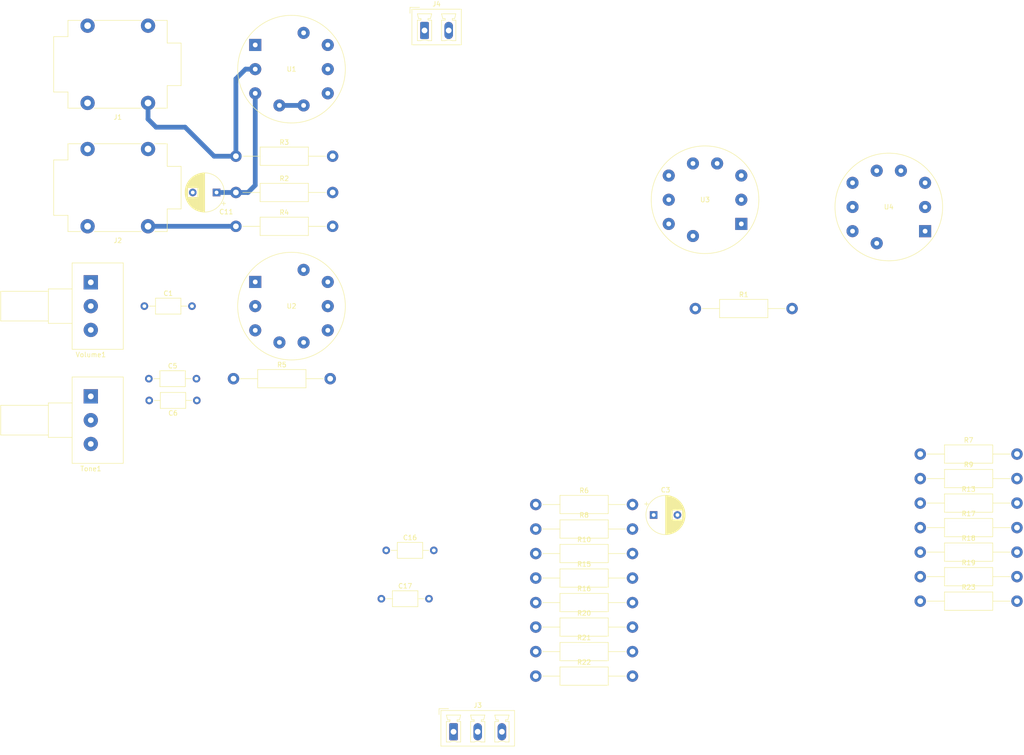
<source format=kicad_pcb>
(kicad_pcb (version 20221018) (generator pcbnew)
  (layers (0 "F.Cu" signal) (31 "B.Cu" signal) (34 "B.Paste" user) (35 "F.Paste" user) (36 "B.SilkS" user "B.Silkscreen") (37 "F.SilkS" user "F.Silkscreen") (38 "B.Mask" user) (39 "F.Mask" user) (44 "Edge.Cuts" user))
  (net 0 "")
  (net 1 "Net-(C1-Pad1)")
  (net 2 "Net-(U2B-G)")
  (net 3 "Net-(U1A-A)")
  (net 4 "Net-(C5-Pad2)")
  (net 5 "Net-(C6-Pad2)")
  (net 6 "Net-(U1A-K)")
  (net 7 "GNDPWR")
  (net 8 "Net-(U2B-A)")
  (net 9 "Net-(U2A-A)")
  (net 10 "Net-(U1B-G)")
  (net 11 "Net-(U1A-G)")
  (net 14 "Net-(R5-Pad2)")
  (net 15 "Net-(R18-Pad1)")
  (net 16 "Net-(R13-Pad2)")
  (net 17 "Net-(U2A-K)")
  (net 18 "Net-(U2A-G)")
  (net 19 "Net-(J4-Pin_1)")
  (net 20 "Net-(J4-Pin_2)")
  (net 21 "Net-(U3A-K_G3)")
  (net 22 "Net-(C16-Pad2)")
  (net 23 "Net-(C17-Pad2)")
  (net 24 "Net-(R10-Pad1)")
  (net 25 "Net-(U3A-G2)")
  (net 26 "Net-(J3-Pin_2)")
  (net 27 "Net-(U3A-G1)")
  (net 28 "Net-(U4A-G1)")
  (net 29 "Net-(J3-Pin_1)")
  (net 30 "Net-(J3-Pin_3)")
  (footprint "Resistor_THT:R_Axial_DIN0411_L9.9mm_D3.6mm_P20.32mm_Horizontal" (layer "F.Cu") (at 126.492 133.324)
    (fp_text reference "R15" (at 10.16 -2.92) (layer "F.SilkS"))
    (fp_text value "470K")
    (pad "1" thru_hole circle (at 0 0) (size 2.4 2.4) (drill 1.2) (layers "*.Cu" "*.Mask") (net 22 "Net-(C16-Pad2)"))
    (pad "2" thru_hole oval (at 20.32 0) (size 2.4 2.4) (drill 1.2) (layers "*.Cu" "*.Mask") (net 7 "GNDPWR"))
  )
  (footprint "Resistor_THT:R_Axial_DIN0411_L9.9mm_D3.6mm_P20.32mm_Horizontal" (layer "F.Cu") (at 126.492 138.474)
    (fp_text reference "R16" (at 10.16 -2.92) (layer "F.SilkS"))
    (fp_text value "470K")
    (pad "1" thru_hole circle (at 0 0) (size 2.4 2.4) (drill 1.2) (layers "*.Cu" "*.Mask") (net 23 "Net-(C17-Pad2)"))
    (pad "2" thru_hole oval (at 20.32 0) (size 2.4 2.4) (drill 1.2) (layers "*.Cu" "*.Mask") (net 7 "GNDPWR"))
  )
  (footprint "Capacitor_THT:C_Axial_L5.1mm_D3.1mm_P10.00mm_Horizontal" (layer "F.Cu") (at 55.292 96.012 180)
    (fp_text reference "C6" (at 5 -2.67) (layer "F.SilkS"))
    (fp_text value "0.01uF")
    (pad "1" thru_hole circle (at 0 0 180) (size 1.6 1.6) (drill 0.8) (layers "*.Cu" "*.Mask") (net 3 "Net-(U1A-A)"))
    (pad "2" thru_hole oval (at 10 0 180) (size 1.6 1.6) (drill 0.8) (layers "*.Cu" "*.Mask") (net 5 "Net-(C6-Pad2)"))
  )
  (footprint "Capacitor_THT:CP_Radial_D8.0mm_P5.00mm" (layer "F.Cu") (at 59.436 52.324 180)
    (fp_text reference "C11" (at -2.032 -4.064) (layer "F.SilkS"))
    (fp_text value "50uF/25V")
    (pad "1" thru_hole rect (at 0 0 180) (size 1.6 1.6) (drill 0.8) (layers "*.Cu" "*.Mask") (net 6 "Net-(U1A-K)"))
    (pad "2" thru_hole circle (at 5 0 180) (size 1.6 1.6) (drill 0.8) (layers "*.Cu" "*.Mask") (net 7 "GNDPWR"))
  )
  (footprint "Capacitor_THT:C_Axial_L5.1mm_D3.1mm_P10.00mm_Horizontal" (layer "F.Cu") (at 95.076 127.508)
    (fp_text reference "C16" (at 5 -2.67) (layer "F.SilkS"))
    (fp_text value "0.01uF")
    (pad "1" thru_hole circle (at 0 0) (size 1.6 1.6) (drill 0.8) (layers "*.Cu" "*.Mask") (net 8 "Net-(U2B-A)"))
    (pad "2" thru_hole oval (at 10 0) (size 1.6 1.6) (drill 0.8) (layers "*.Cu" "*.Mask") (net 22 "Net-(C16-Pad2)"))
  )
  (footprint "Valve:Valve_Noval_P" (layer "F.Cu") (at 67.564 71.12 180)
    (fp_text reference "U2" (at -7.62 -5.08) (layer "F.SilkS"))
    (fp_text value "ECC83")
    (pad "1" thru_hole rect (at 0 0 180) (size 2.54 2.54) (drill 1) (layers "*.Cu" "*.Mask") (net 8 "Net-(U2B-A)"))
    (pad "2" thru_hole circle (at 0 -5.08 180) (size 2.54 2.54) (drill 1) (layers "*.Cu" "*.Mask") (net 2 "Net-(U2B-G)"))
    (pad "3" thru_hole circle (at 0 -10.16 180) (size 2.54 2.54) (drill 1) (layers "*.Cu" "*.Mask") (net 17 "Net-(U2A-K)"))
    (pad "4" thru_hole circle (at -5.08 -12.7 180) (size 2.54 2.54) (drill 1) (layers "*.Cu" "*.Mask") (net 19 "Net-(J4-Pin_1)"))
    (pad "5" thru_hole circle (at -10.16 -12.7 180) (size 2.54 2.54) (drill 1) (layers "*.Cu" "*.Mask") (net 19 "Net-(J4-Pin_1)"))
    (pad "6" thru_hole circle (at -15.24 -10.16 180) (size 2.54 2.54) (drill 1) (layers "*.Cu" "*.Mask") (net 9 "Net-(U2A-A)"))
    (pad "7" thru_hole circle (at -15.24 -5.08 180) (size 2.54 2.54) (drill 1) (layers "*.Cu" "*.Mask") (net 18 "Net-(U2A-G)"))
    (pad "8" thru_hole circle (at -15.24 0 180) (size 2.54 2.54) (drill 1) (layers "*.Cu" "*.Mask") (net 17 "Net-(U2A-K)"))
    (pad "9" thru_hole circle (at -10.16 2.54 180) (size 2.54 2.54) (drill 1) (layers "*.Cu" "*.Mask") (net 20 "Net-(J4-Pin_2)"))
  )
  (footprint "Valve:Valve_Noval_P" (layer "F.Cu") (at 67.564 21.336 180)
    (fp_text reference "U1" (at -7.62 -5.08) (layer "F.SilkS"))
    (fp_text value "ECC83")
    (pad "1" thru_hole rect (at 0 0 180) (size 2.54 2.54) (drill 1) (layers "*.Cu" "*.Mask") (net 3 "Net-(U1A-A)"))
    (pad "2" thru_hole circle (at 0 -5.08 180) (size 2.54 2.54) (drill 1) (layers "*.Cu" "*.Mask") (net 10 "Net-(U1B-G)"))
    (pad "3" thru_hole circle (at 0 -10.16 180) (size 2.54 2.54) (drill 1) (layers "*.Cu" "*.Mask") (net 6 "Net-(U1A-K)"))
    (pad "4" thru_hole circle (at -5.08 -12.7 180) (size 2.54 2.54) (drill 1) (layers "*.Cu" "*.Mask") (net 19 "Net-(J4-Pin_1)"))
    (pad "5" thru_hole circle (at -10.16 -12.7 180) (size 2.54 2.54) (drill 1) (layers "*.Cu" "*.Mask") (net 19 "Net-(J4-Pin_1)"))
    (pad "6" thru_hole circle (at -15.24 -10.16 180) (size 2.54 2.54) (drill 1) (layers "*.Cu" "*.Mask") (net 3 "Net-(U1A-A)"))
    (pad "7" thru_hole circle (at -15.24 -5.08 180) (size 2.54 2.54) (drill 1) (layers "*.Cu" "*.Mask") (net 11 "Net-(U1A-G)"))
    (pad "8" thru_hole circle (at -15.24 0 180) (size 2.54 2.54) (drill 1) (layers "*.Cu" "*.Mask") (net 6 "Net-(U1A-K)"))
    (pad "9" thru_hole circle (at -10.16 2.54 180) (size 2.54 2.54) (drill 1) (layers "*.Cu" "*.Mask") (net 20 "Net-(J4-Pin_2)"))
  )
  (footprint "Resistor_THT:R_Axial_DIN0411_L9.9mm_D3.6mm_P20.32mm_Horizontal" (layer "F.Cu") (at 63.5 59.436)
    (fp_text reference "R4" (at 10.16 -2.92) (layer "F.SilkS"))
    (fp_text value "1M")
    (pad "1" thru_hole circle (at 0 0) (size 2.4 2.4) (drill 1.2) (layers "*.Cu" "*.Mask") (net 11 "Net-(U1A-G)"))
    (pad "2" thru_hole oval (at 20.32 0) (size 2.4 2.4) (drill 1.2) (layers "*.Cu" "*.Mask") (net 7 "GNDPWR"))
  )
  (footprint "Resistor_THT:R_Axial_DIN0411_L9.9mm_D3.6mm_P20.32mm_Horizontal" (layer "F.Cu") (at 126.492 128.174)
    (fp_text reference "R10" (at 10.16 -2.92) (layer "F.SilkS"))
    (fp_text value "81.5K-2K/2W")
    (pad "1" thru_hole circle (at 0 0) (size 2.4 2.4) (drill 1.2) (layers "*.Cu" "*.Mask") (net 24 "Net-(R10-Pad1)"))
    (pad "2" thru_hole oval (at 20.32 0) (size 2.4 2.4) (drill 1.2) (layers "*.Cu" "*.Mask") (net 26 "Net-(J3-Pin_2)"))
  )
  (footprint "Resistor_THT:R_Axial_DIN0411_L9.9mm_D3.6mm_P20.32mm_Horizontal" (layer "F.Cu") (at 207.264 117.576)
    (fp_text reference "R13" (at 10.16 -2.92) (layer "F.SilkS"))
    (fp_text value "820")
    (pad "1" thru_hole circle (at 0 0) (size 2.4 2.4) (drill 1.2) (layers "*.Cu" "*.Mask") (net 17 "Net-(U2A-K)"))
    (pad "2" thru_hole oval (at 20.32 0) (size 2.4 2.4) (drill 1.2) (layers "*.Cu" "*.Mask") (net 16 "Net-(R13-Pad2)"))
  )
  (footprint "Resistor_THT:R_Axial_DIN0411_L9.9mm_D3.6mm_P20.32mm_Horizontal" (layer "F.Cu") (at 126.492 123.024)
    (fp_text reference "R8" (at 10.16 -2.92) (layer "F.SilkS"))
    (fp_text value "100/3W")
    (pad "1" thru_hole circle (at 0 0) (size 2.4 2.4) (drill 1.2) (layers "*.Cu" "*.Mask") (net 25 "Net-(U3A-G2)"))
    (pad "2" thru_hole oval (at 20.32 0) (size 2.4 2.4) (drill 1.2) (layers "*.Cu" "*.Mask") (net 24 "Net-(R10-Pad1)"))
  )
  (footprint "Valve:Valve_Noval_P" (layer "F.Cu") (at 169.672 58.928)
    (fp_text reference "U3" (at -7.62 -5.08) (layer "F.SilkS"))
    (fp_text value "EL84")
    (pad "1" thru_hole rect (at 0 0) (size 2.54 2.54) (drill 1) (layers "*.Cu" "*.Mask"))
    (pad "2" thru_hole circle (at 0 -5.08) (size 2.54 2.54) (drill 1) (layers "*.Cu" "*.Mask") (net 27 "Net-(U3A-G1)"))
    (pad "3" thru_hole circle (at 0 -10.16) (size 2.54 2.54) (drill 1) (layers "*.Cu" "*.Mask") (net 21 "Net-(U3A-K_G3)"))
    (pad "4" thru_hole circle (at -5.08 -12.7) (size 2.54 2.54) (drill 1) (layers "*.Cu" "*.Mask") (net 19 "Net-(J4-Pin_1)"))
    (pad "5" thru_hole circle (at -10.16 -12.7) (size 2.54 2.54) (drill 1) (layers "*.Cu" "*.Mask") (net 20 "Net-(J4-Pin_2)"))
    (pad "6" thru_hole circle (at -15.24 -10.16) (size 2.54 2.54) (drill 1) (layers "*.Cu" "*.Mask"))
    (pad "7" thru_hole circle (at -15.24 -5.08) (size 2.54 2.54) (drill 1) (layers "*.Cu" "*.Mask") (net 29 "Net-(J3-Pin_1)"))
    (pad "8" thru_hole circle (at -15.24 0) (size 2.54 2.54) (drill 1) (layers "*.Cu" "*.Mask"))
    (pad "9" thru_hole circle (at -10.16 2.54) (size 2.54 2.54) (drill 1) (layers "*.Cu" "*.Mask") (net 25 "Net-(U3A-G2)"))
  )
  (footprint "Resistor_THT:R_Axial_DIN0411_L9.9mm_D3.6mm_P20.32mm_Horizontal" (layer "F.Cu") (at 207.264 127.876)
    (fp_text reference "R18" (at 10.16 -2.92) (layer "F.SilkS"))
    (fp_text value "100K")
    (pad "1" thru_hole circle (at 0 0) (size 2.4 2.4) (drill 1.2) (layers "*.Cu" "*.Mask") (net 15 "Net-(R18-Pad1)"))
    (pad "2" thru_hole oval (at 20.32 0) (size 2.4 2.4) (drill 1.2) (layers "*.Cu" "*.Mask") (net 8 "Net-(U2B-A)"))
  )
  (footprint "Capacitor_THT:C_Axial_L5.1mm_D3.1mm_P10.00mm_Horizontal" (layer "F.Cu") (at 45.212 91.44)
    (fp_text reference "C5" (at 5 -2.67) (layer "F.SilkS"))
    (fp_text value "0.05uF")
    (pad "1" thru_hole circle (at 0 0) (size 1.6 1.6) (drill 0.8) (layers "*.Cu" "*.Mask") (net 3 "Net-(U1A-A)"))
    (pad "2" thru_hole oval (at 10 0) (size 1.6 1.6) (drill 0.8) (layers "*.Cu" "*.Mask") (net 4 "Net-(C5-Pad2)"))
  )
  (footprint "Connector_Phoenix_MC_HighVoltage:PhoenixContact_MCV_1,5_2-G-5.08_1x02_P5.08mm_Vertical" (layer "F.Cu") (at 103.124 18.288)
    (fp_text reference "J4" (at 2.54 -5.55) (layer "F.SilkS"))
    (fp_text value "Heater")
    (pad "1" thru_hole roundrect (at 0 0) (size 1.8 3.6) (drill 1.2) (layers "*.Cu" "*.Mask") (roundrect_rratio 0.138889) (net 19 "Net-(J4-Pin_1)"))
    (pad "2" thru_hole oval (at 5.08 0) (size 1.8 3.6) (drill 1.2) (layers "*.Cu" "*.Mask") (net 20 "Net-(J4-Pin_2)"))
  )
  (footprint "Resistor_THT:R_Axial_DIN0411_L9.9mm_D3.6mm_P20.32mm_Horizontal" (layer "F.Cu") (at 207.264 107.276)
    (fp_text reference "R7" (at 10.16 -2.92) (layer "F.SilkS"))
    (fp_text value "100K")
    (pad "1" thru_hole circle (at 0 0) (size 2.4 2.4) (drill 1.2) (layers "*.Cu" "*.Mask") (net 15 "Net-(R18-Pad1)"))
    (pad "2" thru_hole oval (at 20.32 0) (size 2.4 2.4) (drill 1.2) (layers "*.Cu" "*.Mask") (net 3 "Net-(U1A-A)"))
  )
  (footprint "Connector_Audio:Jack_6.35mm_Neutrik_NMJ4HCD2_Horizontal" (layer "F.Cu") (at 45.043 33.515 180)
    (fp_text reference "J1" (at 6.35 -3) (layer "F.SilkS"))
    (fp_text value "LOW")
    (pad "S" thru_hole circle (at 12.7 0 180) (size 3 3) (drill 1.4) (layers "*.Cu" "*.Mask") (net 7 "GNDPWR"))
    (pad "SN" thru_hole circle (at 12.7 16.23 180) (size 3 3) (drill 1.4) (layers "*.Cu" "*.Mask") (net 7 "GNDPWR"))
    (pad "T" thru_hole circle (at 0 0 180) (size 3 3) (drill 1.4) (layers "*.Cu" "*.Mask") (net 10 "Net-(U1B-G)"))
    (pad "TN" thru_hole circle (at 0 16.23 180) (size 3 3) (drill 1.4) (layers "*.Cu" "*.Mask") (net 11 "Net-(U1A-G)"))
  )
  (footprint "Resistor_THT:R_Axial_DIN0411_L9.9mm_D3.6mm_P20.32mm_Horizontal" (layer "F.Cu") (at 63.5 52.324)
    (fp_text reference "R2" (at 10.16 -2.92) (layer "F.SilkS"))
    (fp_text value "820")
    (pad "1" thru_hole circle (at 0 0) (size 2.4 2.4) (drill 1.2) (layers "*.Cu" "*.Mask") (net 6 "Net-(U1A-K)"))
    (pad "2" thru_hole oval (at 20.32 0) (size 2.4 2.4) (drill 1.2) (layers "*.Cu" "*.Mask") (net 7 "GNDPWR"))
  )
  (footprint "Capacitor_THT:CP_Radial_D8.0mm_P5.00mm" (layer "F.Cu") (at 151.256698 120.074)
    (fp_text reference "C3" (at 2.5 -5.25) (layer "F.SilkS"))
    (fp_text value "50-500uF/25V")
    (pad "1" thru_hole rect (at 0 0) (size 1.6 1.6) (drill 0.8) (layers "*.Cu" "*.Mask") (net 21 "Net-(U3A-K_G3)"))
    (pad "2" thru_hole circle (at 5 0) (size 1.6 1.6) (drill 0.8) (layers "*.Cu" "*.Mask") (net 7 "GNDPWR"))
  )
  (footprint "Resistor_THT:R_Axial_DIN0411_L9.9mm_D3.6mm_P20.32mm_Horizontal" (layer "F.Cu") (at 126.492 117.874)
    (fp_text reference "R6" (at 10.16 -2.92) (layer "F.SilkS"))
    (fp_text value "8.2K/2W")
    (pad "1" thru_hole circle (at 0 0) (size 2.4 2.4) (drill 1.2) (layers "*.Cu" "*.Mask") (net 15 "Net-(R18-Pad1)"))
    (pad "2" thru_hole oval (at 20.32 0) (size 2.4 2.4) (drill 1.2) (layers "*.Cu" "*.Mask") (net 24 "Net-(R10-Pad1)"))
  )
  (footprint "Resistor_THT:R_Axial_DIN0411_L9.9mm_D3.6mm_P20.32mm_Horizontal" (layer "F.Cu") (at 126.492 153.924)
    (fp_text reference "R22" (at 10.16 -2.92) (layer "F.SilkS"))
    (fp_text value "8.2K")
    (pad "1" thru_hole circle (at 0 0) (size 2.4 2.4) (drill 1.2) (layers "*.Cu" "*.Mask") (net 23 "Net-(C17-Pad2)"))
    (pad "2" thru_hole oval (at 20.32 0) (size 2.4 2.4) (drill 1.2) (layers "*.Cu" "*.Mask") (net 28 "Net-(U4A-G1)"))
  )
  (footprint "Resistor_THT:R_Axial_DIN0411_L9.9mm_D3.6mm_P20.32mm_Horizontal" (layer "F.Cu") (at 207.264 112.426)
    (fp_text reference "R9" (at 10.16 -2.92) (layer "F.SilkS"))
    (fp_text value "470K")
    (pad "1" thru_hole circle (at 0 0) (size 2.4 2.4) (drill 1.2) (layers "*.Cu" "*.Mask") (net 2 "Net-(U2B-G)"))
    (pad "2" thru_hole oval (at 20.32 0) (size 2.4 2.4) (drill 1.2) (layers "*.Cu" "*.Mask") (net 16 "Net-(R13-Pad2)"))
  )
  (footprint "Resistor_THT:R_Axial_DIN0411_L9.9mm_D3.6mm_P20.32mm_Horizontal" (layer "F.Cu") (at 63.5 44.704)
    (fp_text reference "R3" (at 10.16 -2.92) (layer "F.SilkS"))
    (fp_text value "1M")
    (pad "1" thru_hole circle (at 0 0) (size 2.4 2.4) (drill 1.2) (layers "*.Cu" "*.Mask") (net 10 "Net-(U1B-G)"))
    (pad "2" thru_hole oval (at 20.32 0) (size 2.4 2.4) (drill 1.2) (layers "*.Cu" "*.Mask") (net 7 "GNDPWR"))
  )
  (footprint "Resistor_THT:R_Axial_DIN0411_L9.9mm_D3.6mm_P20.32mm_Horizontal" (layer "F.Cu") (at 207.264 133.026)
    (fp_text reference "R19" (at 10.16 -2.92) (layer "F.SilkS"))
    (fp_text value "100K")
    (pad "1" thru_hole circle (at 0 0) (size 2.4 2.4) (drill 1.2) (layers "*.Cu" "*.Mask") (net 15 "Net-(R18-Pad1)"))
    (pad "2" thru_hole oval (at 20.32 0) (size 2.4 2.4) (drill 1.2) (layers "*.Cu" "*.Mask") (net 9 "Net-(U2A-A)"))
  )
  (footprint "Connector_Phoenix_MC_HighVoltage:PhoenixContact_MCV_1,5_3-G-5.08_1x03_P5.08mm_Vertical" (layer "F.Cu") (at 109.22 165.608)
    (fp_text reference "J3" (at 5.08 -5.55) (layer "F.SilkS"))
    (fp_text value "Conn_01x03_Socket")
    (pad "1" thru_hole roundrect (at 0 0) (size 1.8 3.6) (drill 1.2) (layers "*.Cu" "*.Mask") (roundrect_rratio 0.138889) (net 29 "Net-(J3-Pin_1)"))
    (pad "2" thru_hole oval (at 5.08 0) (size 1.8 3.6) (drill 1.2) (layers "*.Cu" "*.Mask") (net 26 "Net-(J3-Pin_2)"))
    (pad "3" thru_hole oval (at 10.16 0) (size 1.8 3.6) (drill 1.2) (layers "*.Cu" "*.Mask") (net 30 "Net-(J3-Pin_3)"))
  )
  (footprint "Resistor_THT:R_Axial_DIN0411_L9.9mm_D3.6mm_P20.32mm_Horizontal" (layer "F.Cu") (at 207.264 122.726)
    (fp_text reference "R17" (at 10.16 -2.92) (layer "F.SilkS"))
    (fp_text value "47K")
    (pad "1" thru_hole circle (at 0 0) (size 2.4 2.4) (drill 1.2) (layers "*.Cu" "*.Mask") (net 16 "Net-(R13-Pad2)"))
    (pad "2" thru_hole oval (at 20.32 0) (size 2.4 2.4) (drill 1.2) (layers "*.Cu" "*.Mask") (net 7 "GNDPWR"))
  )
  (footprint "Resistor_THT:R_Axial_DIN0411_L9.9mm_D3.6mm_P20.32mm_Horizontal" (layer "F.Cu") (at 126.492 148.774)
    (fp_text reference "R21" (at 10.16 -2.92) (layer "F.SilkS"))
    (fp_text value "8.2K")
    (pad "1" thru_hole circle (at 0 0) (size 2.4 2.4) (drill 1.2) (layers "*.Cu" "*.Mask") (net 22 "Net-(C16-Pad2)"))
    (pad "2" thru_hole oval (at 20.32 0) (size 2.4 2.4) (drill 1.2) (layers "*.Cu" "*.Mask") (net 27 "Net-(U3A-G1)"))
  )
  (footprint "Resistor_THT:R_Axial_DIN0411_L9.9mm_D3.6mm_P20.32mm_Horizontal" (layer "F.Cu") (at 126.492 143.624)
    (fp_text reference "R20" (at 10.16 -2.92) (layer "F.SilkS"))
    (fp_text value "125/5W")
    (pad "1" thru_hole circle (at 0 0) (size 2.4 2.4) (drill 1.2) (layers "*.Cu" "*.Mask") (net 7 "GNDPWR"))
    (pad "2" thru_hole oval (at 20.32 0) (size 2.4 2.4) (drill 1.2) (layers "*.Cu" "*.Mask") (net 21 "Net-(U3A-K_G3)"))
  )
  (footprint "Valve:Valve_Noval_P" (layer "F.Cu") (at 208.28 60.452)
    (fp_text reference "U4" (at -7.62 -5.08) (layer "F.SilkS"))
    (fp_text value "EL84")
    (pad "1" thru_hole rect (at 0 0) (size 2.54 2.54) (drill 1) (layers "*.Cu" "*.Mask"))
    (pad "2" thru_hole circle (at 0 -5.08) (size 2.54 2.54) (drill 1) (layers "*.Cu" "*.Mask") (net 28 "Net-(U4A-G1)"))
    (pad "3" thru_hole circle (at 0 -10.16) (size 2.54 2.54) (drill 1) (layers "*.Cu" "*.Mask") (net 21 "Net-(U3A-K_G3)"))
    (pad "4" thru_hole circle (at -5.08 -12.7) (size 2.54 2.54) (drill 1) (layers "*.Cu" "*.Mask") (net 19 "Net-(J4-Pin_1)"))
    (pad "5" thru_hole circle (at -10.16 -12.7) (size 2.54 2.54) (drill 1) (layers "*.Cu" "*.Mask") (net 20 "Net-(J4-Pin_2)"))
    (pad "6" thru_hole circle (at -15.24 -10.16) (size 2.54 2.54) (drill 1) (layers "*.Cu" "*.Mask"))
    (pad "7" thru_hole circle (at -15.24 -5.08) (size 2.54 2.54) (drill 1) (layers "*.Cu" "*.Mask") (net 30 "Net-(J3-Pin_3)"))
    (pad "8" thru_hole circle (at -15.24 0) (size 2.54 2.54) (drill 1) (layers "*.Cu" "*.Mask"))
    (pad "9" thru_hole circle (at -10.16 2.54) (size 2.54 2.54) (drill 1) (layers "*.Cu" "*.Mask") (net 25 "Net-(U3A-G2)"))
  )
  (footprint "Resistor_THT:R_Axial_DIN0411_L9.9mm_D3.6mm_P20.32mm_Horizontal" (layer "F.Cu") (at 207.264 138.176)
    (fp_text reference "R23" (at 10.16 -2.92) (layer "F.SilkS"))
    (fp_text value "470K")
    (pad "1" thru_hole circle (at 0 0) (size 2.4 2.4) (drill 1.2) (layers "*.Cu" "*.Mask") (net 18 "Net-(U2A-G)"))
    (pad "2" thru_hole oval (at 20.32 0) (size 2.4 2.4) (drill 1.2) (layers "*.Cu" "*.Mask") (net 16 "Net-(R13-Pad2)"))
  )
  (footprint "Connector_Audio:Jack_6.35mm_Neutrik_NMJ4HCD2_Horizontal" (layer "F.Cu") (at 45.043 59.423 180)
    (fp_text reference "J2" (at 6.35 -3) (layer "F.SilkS"))
    (fp_text value "HIGH")
    (pad "S" thru_hole circle (at 12.7 0 180) (size 3 3) (drill 1.4) (layers "*.Cu" "*.Mask") (net 7 "GNDPWR"))
    (pad "SN" thru_hole circle (at 12.7 16.23 180) (size 3 3) (drill 1.4) (layers "*.Cu" "*.Mask") (net 7 "GNDPWR"))
    (pad "T" thru_hole circle (at 0 0 180) (size 3 3) (drill 1.4) (layers "*.Cu" "*.Mask") (net 11 "Net-(U1A-G)"))
    (pad "TN" thru_hole circle (at 0 16.23 180) (size 3 3) (drill 1.4) (layers "*.Cu" "*.Mask") (net 7 "GNDPWR"))
  )
  (footprint "Resistor_THT:R_Axial_DIN0411_L9.9mm_D3.6mm_P20.32mm_Horizontal" (layer "F.Cu") (at 160.02 76.708)
    (fp_text reference "R1" (at 10.16 -2.92) (layer "F.SilkS"))
    (fp_text value "R")
    (pad "1" thru_hole circle (at 0 0) (size 2.4 2.4) (drill 1.2) (layers "*.Cu" "*.Mask"))
    (pad "2" thru_hole oval (at 20.32 0) (size 2.4 2.4) (drill 1.2) (layers "*.Cu" "*.Mask"))
  )
  (footprint "Resistor_THT:R_Axial_DIN0411_L9.9mm_D3.6mm_P20.32mm_Horizontal" (layer "F.Cu") (at 62.992 91.44)
    (fp_text reference "R5" (at 10.16 -2.92) (layer "F.SilkS"))
    (fp_text value "100K")
    (pad "1" thru_hole circle (at 0 0) (size 2.4 2.4) (drill 1.2) (layers "*.Cu" "*.Mask") (net 4 "Net-(C5-Pad2)"))
    (pad "2" thru_hole oval (at 20.32 0) (size 2.4 2.4) (drill 1.2) (layers "*.Cu" "*.Mask") (net 14 "Net-(R5-Pad2)"))
  )
  (footprint "Capacitor_THT:C_Axial_L5.1mm_D3.1mm_P10.00mm_Horizontal" (layer "F.Cu") (at 44.276 76.2)
    (fp_text reference "C1" (at 5 -2.67) (layer "F.SilkS"))
    (fp_text value "0.01uF")
    (pad "1" thru_hole circle (at 0 0) (size 1.6 1.6) (drill 0.8) (layers "*.Cu" "*.Mask") (net 1 "Net-(C1-Pad1)"))
    (pad "2" thru_hole oval (at 10 0) (size 1.6 1.6) (drill 0.8) (layers "*.Cu" "*.Mask") (net 2 "Net-(U2B-G)"))
  )
  (footprint "Potentiometer_THT:Potentiometer_Alps_RK163_Single_Horizontal" (layer "F.Cu") (at 33.02 95.156)
    (fp_text reference "Tone1" (at 0 15.2) (layer "F.SilkS"))
    (fp_text value "500KA")
    (pad "1" thru_hole rect (at 0 0 180) (size 3 3) (drill 1.2) (layers "*.Cu" "*.Mask") (net 5 "Net-(C6-Pad2)"))
    (pad "2" thru_hole circle (at 0 5 180) (size 3 3) (drill 1.2) (layers "*.Cu" "*.Mask") (net 7 "GNDPWR"))
    (pad "3" thru_hole circle (at 0 10 180) (size 3 3) (drill 1.2) (layers "*.Cu" "*.Mask") (net 14 "Net-(R5-Pad2)"))
  )
  (footprint "Capacitor_THT:C_Axial_L5.1mm_D3.1mm_P10.00mm_Horizontal" (layer "F.Cu") (at 94.06 137.668)
    (fp_text reference "C17" (at 5 -2.67) (layer "F.SilkS"))
    (fp_text value "0.01uF")
    (pad "1" thru_hole circle (at 0 0) (size 1.6 1.6) (drill 0.8) (layers "*.Cu" "*.Mask") (net 9 "Net-(U2A-A)"))
    (pad "2" thru_hole oval (at 10 0) (size 1.6 1.6) (drill 0.8) (layers "*.Cu" "*.Mask") (net 23 "Net-(C17-Pad2)"))
  )
  (footprint "Potentiometer_THT:Potentiometer_Alps_RK163_Single_Horizontal" (layer "F.Cu") (at 33.02 71.2)
    (fp_text reference "Volume1" (at 0 15.2 180) (layer "F.SilkS"))
    (fp_text value "500KA")
    (pad "1" thru_hole rect (at 0 0 180) (size 3 3) (drill 1.2) (layers "*.Cu" "*.Mask") (net 4 "Net-(C5-Pad2)"))
    (pad "2" thru_hole circle (at 0 5 180) (size 3 3) (drill 1.2) (layers "*.Cu" "*.Mask") (net 1 "Net-(C1-Pad1)"))
    (pad "3" thru_hole circle (at 0 10 180) (size 3 3) (drill 1.2) (layers "*.Cu" "*.Mask") (net 7 "GNDPWR"))
  )
  (segment (start 63.5 52.324) (end 59.436 52.324) (width 1) (layer "B.Cu") (net 6))
  (segment (start 67.564 50.8) (end 67.564 31.496) (width 1) (layer "B.Cu") (net 6))
  (segment (start 63.5 52.324) (end 66.04 52.324) (width 1) (layer "B.Cu") (net 6))
  (segment (start 66.04 52.324) (end 67.564 50.8) (width 1) (layer "B.Cu") (net 6))
  (segment (start 46.736 38.608) (end 52.832 38.608) (width 1) (layer "B.Cu") (net 10))
  (segment (start 58.928 44.704) (end 63.5 44.704) (width 1) (layer "B.Cu") (net 10))
  (segment (start 65.532 26.416) (end 67.564 26.416) (width 1) (layer "B.Cu") (net 10))
  (segment (start 63.5 44.704) (end 63.5 28.448) (width 1) (layer "B.Cu") (net 10))
  (segment (start 52.832 38.608) (end 58.928 44.704) (width 1) (layer "B.Cu") (net 10))
  (segment (start 63.5 28.448) (end 65.532 26.416) (width 1) (layer "B.Cu") (net 10))
  (segment (start 45.043 36.915) (end 46.736 38.608) (width 1) (layer "B.Cu") (net 10))
  (segment (start 45.043 33.515) (end 45.043 36.915) (width 1) (layer "B.Cu") (net 10))
  (segment (start 45.043 59.423) (end 63.487 59.423) (width 1) (layer "B.Cu") (net 11))
  (segment (start 63.487 59.423) (end 63.5 59.436) (width 1) (layer "B.Cu") (net 11))
  (segment (start 72.644 34.036) (end 77.724 34.036) (width 1) (layer "B.Cu") (net 19))
)
</source>
